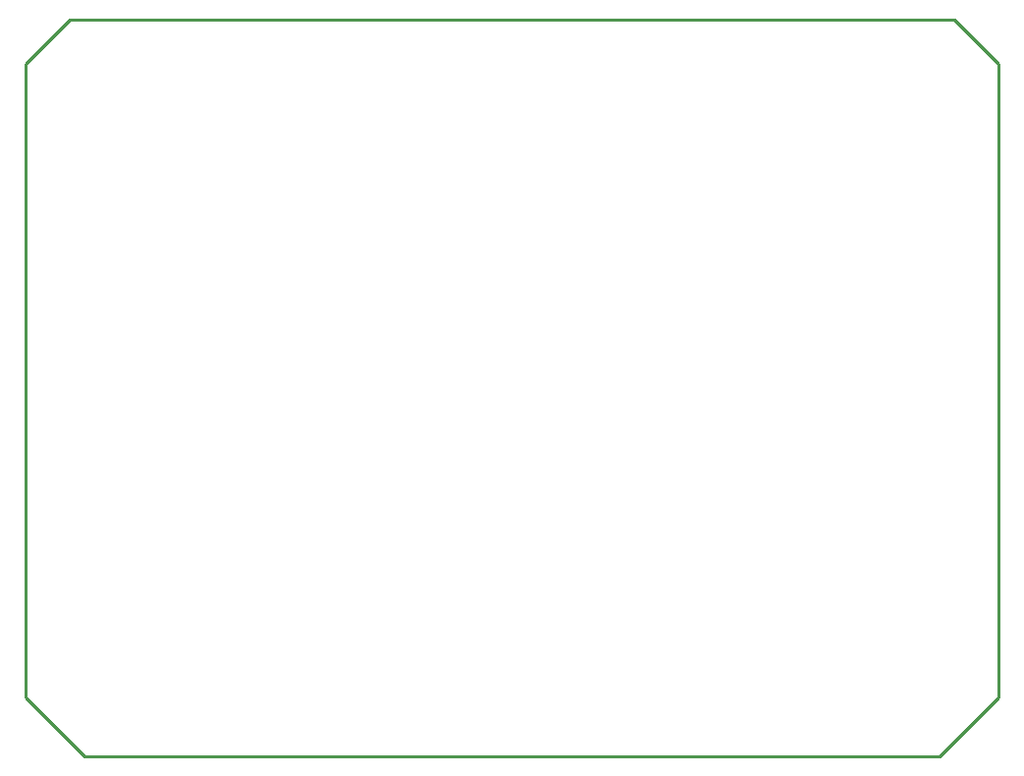
<source format=gko>
G04 Layer_Color=16720538*
%FSLAX24Y24*%
%MOIN*%
G70*
G01*
G75*
%ADD32C,0.0100*%
D32*
X10000Y26500D02*
X12000Y24500D01*
X41000D01*
X43000Y26500D01*
Y48000D01*
X41500Y49500D02*
X43000Y48000D01*
X11500Y49500D02*
X41500D01*
X10000Y48000D02*
X11500Y49500D01*
X10000Y26500D02*
Y48000D01*
M02*

</source>
